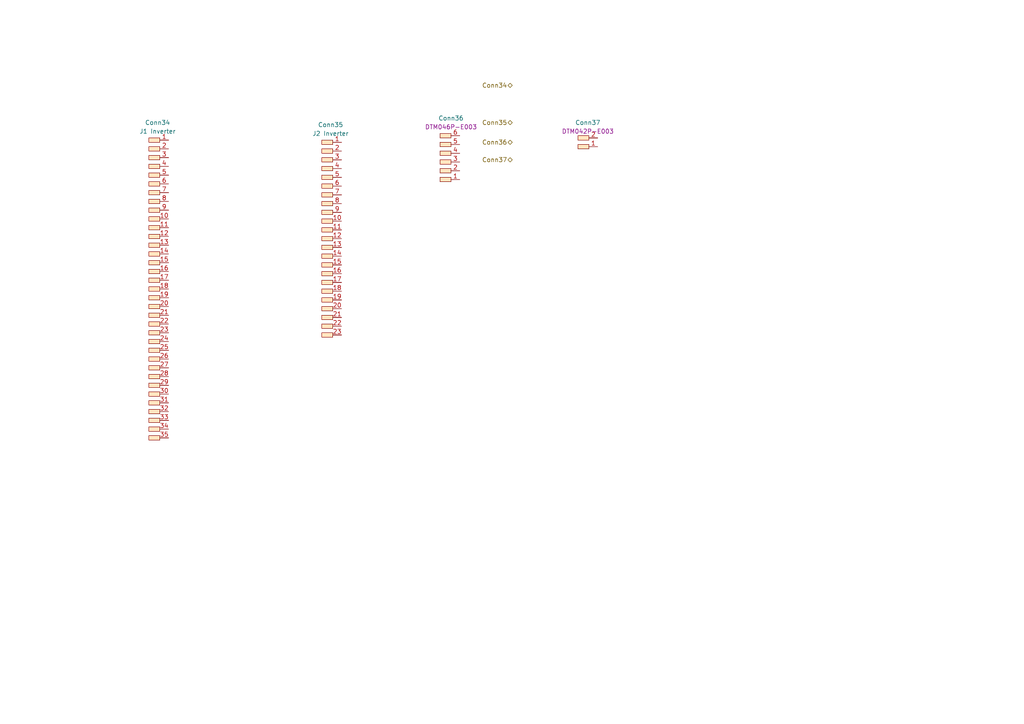
<source format=kicad_sch>
(kicad_sch (version 20230121) (generator eeschema)
  (paper "A4")
  (lib_symbols
    (symbol "Connectors_SUFST:Deutsch_DTM_2P_Pin"
      (property "Reference" "Conn" (at 0 -1.905 0))
      (property "P/N" "DTM042P-E003" (at 0 0 0))
      (symbol "Deutsch_DTM_2P_Pin_0_1"
        (polyline (pts (xy -0.635 -4.445) (xy 1.905 -4.445)))
      )
      (symbol "Deutsch_DTM_2P_Pin_1_1"
        (rectangle (start -3.81 -6.35) (end -0.635 -7.62) (fill (type color) (color 255 229 191 1)))
        (rectangle (start -3.81 -3.81) (end -0.635 -5.08) (fill (type color) (color 255 229 191 1)))
        (pin input line (at 1.905 -6.985 180) (length 2.54) (name "") (number "1"))
        (pin input line (at 1.905 -4.445 180) (length 2.54) (name "") (number "2"))
      )
    )
    (symbol "Connectors_SUFST:Deutsch_DTM_6P_Pin"
      (property "Reference" "Conn" (at 0 -1.905 0))
      (property "P/N" "DTM046P-E003" (at 0 0 0))
      (symbol "Deutsch_DTM_6P_Pin_0_1"
        (polyline (pts (xy -0.635 -14.605) (xy 1.905 -14.605)))
        (polyline (pts (xy -0.635 -9.525) (xy 1.905 -9.525)))
        (polyline (pts (xy -0.635 -4.445) (xy 1.905 -4.445)))
      )
      (symbol "Deutsch_DTM_6P_Pin_1_1"
        (rectangle (start -3.81 -16.51) (end -0.635 -17.78) (fill (type color) (color 255 229 191 1)))
        (rectangle (start -3.81 -13.97) (end -0.635 -15.24) (fill (type color) (color 255 229 191 1)))
        (rectangle (start -3.81 -11.43) (end -0.635 -12.7) (fill (type color) (color 255 229 191 1)))
        (rectangle (start -3.81 -8.89) (end -0.635 -10.16) (fill (type color) (color 255 229 191 1)))
        (rectangle (start -3.81 -6.35) (end -0.635 -7.62) (fill (type color) (color 255 229 191 1)))
        (rectangle (start -3.81 -3.81) (end -0.635 -5.08) (fill (type color) (color 255 229 191 1)))
        (pin input line (at 1.905 -17.145 180) (length 2.54) (name "") (number "1"))
        (pin input line (at 1.905 -14.605 180) (length 2.54) (name "") (number "2"))
        (pin input line (at 1.905 -12.065 180) (length 2.54) (name "") (number "3"))
        (pin input line (at 1.905 -9.525 180) (length 2.54) (name "") (number "4"))
        (pin input line (at 1.905 -6.985 180) (length 2.54) (name "") (number "5"))
        (pin input line (at 1.905 -4.445 180) (length 2.54) (name "") (number "6"))
      )
    )
    (symbol "Connectors_SUFST:J1 Inverter"
      (property "Reference" "Conn" (at 0 -1.905 0))
      (property "Value" "J1 Inverter" (at 0 0 0))
      (symbol "J1 Inverter_0_1"
        (polyline (pts (xy -0.635 -90.805) (xy 1.905 -90.805)))
        (polyline (pts (xy -0.635 -85.725) (xy 1.905 -85.725)))
        (polyline (pts (xy -0.635 -80.645) (xy 1.905 -80.645)))
        (polyline (pts (xy -0.635 -75.565) (xy 1.905 -75.565)))
        (polyline (pts (xy -0.635 -70.485) (xy 1.905 -70.485)))
        (polyline (pts (xy -0.635 -65.405) (xy 1.905 -65.405)))
        (polyline (pts (xy -0.635 -60.325) (xy 1.905 -60.325)))
        (polyline (pts (xy -0.635 -55.245) (xy 1.905 -55.245)))
        (polyline (pts (xy -0.635 -50.165) (xy 1.905 -50.165)))
        (polyline (pts (xy -0.635 -45.085) (xy 1.905 -45.085)))
        (polyline (pts (xy -0.635 -40.005) (xy 1.905 -40.005)))
        (polyline (pts (xy -0.635 -34.925) (xy 1.905 -34.925)))
        (polyline (pts (xy -0.635 -29.845) (xy 1.905 -29.845)))
        (polyline (pts (xy -0.635 -24.765) (xy 1.905 -24.765)))
        (polyline (pts (xy -0.635 -19.685) (xy 1.905 -19.685)))
        (polyline (pts (xy -0.635 -14.605) (xy 1.905 -14.605)))
        (polyline (pts (xy -0.635 -9.525) (xy 1.905 -9.525)))
        (polyline (pts (xy -0.635 -4.445) (xy 1.905 -4.445)))
      )
      (symbol "J1 Inverter_1_1"
        (rectangle (start -3.81 -90.17) (end -0.635 -91.44) (fill (type color) (color 255 229 191 1)))
        (rectangle (start -3.81 -87.63) (end -0.635 -88.9) (fill (type color) (color 255 229 191 1)))
        (rectangle (start -3.81 -85.09) (end -0.635 -86.36) (fill (type color) (color 255 229 191 1)))
        (rectangle (start -3.81 -82.55) (end -0.635 -83.82) (fill (type color) (color 255 229 191 1)))
        (rectangle (start -3.81 -80.01) (end -0.635 -81.28) (fill (type color) (color 255 229 191 1)))
        (rectangle (start -3.81 -77.47) (end -0.635 -78.74) (fill (type color) (color 255 229 191 1)))
        (rectangle (start -3.81 -74.93) (end -0.635 -76.2) (fill (type color) (color 255 229 191 1)))
        (rectangle (start -3.81 -72.39) (end -0.635 -73.66) (fill (type color) (color 255 229 191 1)))
        (rectangle (start -3.81 -69.85) (end -0.635 -71.12) (fill (type color) (color 255 229 191 1)))
        (rectangle (start -3.81 -67.31) (end -0.635 -68.58) (fill (type color) (color 255 229 191 1)))
        (rectangle (start -3.81 -64.77) (end -0.635 -66.04) (fill (type color) (color 255 229 191 1)))
        (rectangle (start -3.81 -62.23) (end -0.635 -63.5) (fill (type color) (color 255 229 191 1)))
        (rectangle (start -3.81 -59.69) (end -0.635 -60.96) (fill (type color) (color 255 229 191 1)))
        (rectangle (start -3.81 -57.15) (end -0.635 -58.42) (fill (type color) (color 255 229 191 1)))
        (rectangle (start -3.81 -54.61) (end -0.635 -55.88) (fill (type color) (color 255 229 191 1)))
        (rectangle (start -3.81 -52.07) (end -0.635 -53.34) (fill (type color) (color 255 229 191 1)))
        (rectangle (start -3.81 -49.53) (end -0.635 -50.8) (fill (type color) (color 255 229 191 1)))
        (rectangle (start -3.81 -46.99) (end -0.635 -48.26) (fill (type color) (color 255 229 191 1)))
        (rectangle (start -3.81 -44.45) (end -0.635 -45.72) (fill (type color) (color 255 229 191 1)))
        (rectangle (start -3.81 -41.91) (end -0.635 -43.18) (fill (type color) (color 255 229 191 1)))
        (rectangle (start -3.81 -39.37) (end -0.635 -40.64) (fill (type color) (color 255 229 191 1)))
        (rectangle (start -3.81 -36.83) (end -0.635 -38.1) (fill (type color) (color 255 229 191 1)))
        (rectangle (start -3.81 -34.29) (end -0.635 -35.56) (fill (type color) (color 255 229 191 1)))
        (rectangle (start -3.81 -31.75) (end -0.635 -33.02) (fill (type color) (color 255 229 191 1)))
        (rectangle (start -3.81 -29.21) (end -0.635 -30.48) (fill (type color) (color 255 229 191 1)))
        (rectangle (start -3.81 -26.67) (end -0.635 -27.94) (fill (type color) (color 255 229 191 1)))
        (rectangle (start -3.81 -24.13) (end -0.635 -25.4) (fill (type color) (color 255 229 191 1)))
        (rectangle (start -3.81 -21.59) (end -0.635 -22.86) (fill (type color) (color 255 229 191 1)))
        (rectangle (start -3.81 -19.05) (end -0.635 -20.32) (fill (type color) (color 255 229 191 1)))
        (rectangle (start -3.81 -16.51) (end -0.635 -17.78) (fill (type color) (color 255 229 191 1)))
        (rectangle (start -3.81 -13.97) (end -0.635 -15.24) (fill (type color) (color 255 229 191 1)))
        (rectangle (start -3.81 -11.43) (end -0.635 -12.7) (fill (type color) (color 255 229 191 1)))
        (rectangle (start -3.81 -8.89) (end -0.635 -10.16) (fill (type color) (color 255 229 191 1)))
        (rectangle (start -3.81 -6.35) (end -0.635 -7.62) (fill (type color) (color 255 229 191 1)))
        (rectangle (start -3.81 -3.81) (end -0.635 -5.08) (fill (type color) (color 255 229 191 1)))
        (pin input line (at 1.905 -4.445 180) (length 2.54) (name "") (number "1"))
        (pin input line (at 1.905 -27.305 180) (length 2.54) (name "") (number "10"))
        (pin input line (at 1.905 -29.845 180) (length 2.54) (name "") (number "11"))
        (pin input line (at 1.905 -32.385 180) (length 2.54) (name "") (number "12"))
        (pin input line (at 1.905 -34.925 180) (length 2.54) (name "") (number "13"))
        (pin input line (at 1.905 -37.465 180) (length 2.54) (name "") (number "14"))
        (pin input line (at 1.905 -40.005 180) (length 2.54) (name "") (number "15"))
        (pin input line (at 1.905 -42.545 180) (length 2.54) (name "") (number "16"))
        (pin input line (at 1.905 -45.085 180) (length 2.54) (name "") (number "17"))
        (pin input line (at 1.905 -47.625 180) (length 2.54) (name "") (number "18"))
        (pin input line (at 1.905 -50.165 180) (length 2.54) (name "") (number "19"))
        (pin input line (at 1.905 -6.985 180) (length 2.54) (name "") (number "2"))
        (pin input line (at 1.905 -52.705 180) (length 2.54) (name "") (number "20"))
        (pin input line (at 1.905 -55.245 180) (length 2.54) (name "") (number "21"))
        (pin input line (at 1.905 -57.785 180) (length 2.54) (name "") (number "22"))
        (pin input line (at 1.905 -60.325 180) (length 2.54) (name "") (number "23"))
        (pin input line (at 1.905 -62.865 180) (length 2.54) (name "") (number "24"))
        (pin input line (at 1.905 -65.405 180) (length 2.54) (name "") (number "25"))
        (pin input line (at 1.905 -67.945 180) (length 2.54) (name "") (number "26"))
        (pin input line (at 1.905 -70.485 180) (length 2.54) (name "") (number "27"))
        (pin input line (at 1.905 -73.025 180) (length 2.54) (name "") (number "28"))
        (pin input line (at 1.905 -75.565 180) (length 2.54) (name "") (number "29"))
        (pin input line (at 1.905 -9.525 180) (length 2.54) (name "") (number "3"))
        (pin input line (at 1.905 -78.105 180) (length 2.54) (name "") (number "30"))
        (pin input line (at 1.905 -80.645 180) (length 2.54) (name "") (number "31"))
        (pin input line (at 1.905 -83.185 180) (length 2.54) (name "") (number "32"))
        (pin input line (at 1.905 -85.725 180) (length 2.54) (name "") (number "33"))
        (pin input line (at 1.905 -88.265 180) (length 2.54) (name "") (number "34"))
        (pin input line (at 1.905 -90.805 180) (length 2.54) (name "") (number "35"))
        (pin input line (at 1.905 -12.065 180) (length 2.54) (name "") (number "4"))
        (pin input line (at 1.905 -14.605 180) (length 2.54) (name "") (number "5"))
        (pin input line (at 1.905 -17.145 180) (length 2.54) (name "") (number "6"))
        (pin input line (at 1.905 -19.685 180) (length 2.54) (name "") (number "7"))
        (pin input line (at 1.905 -22.225 180) (length 2.54) (name "") (number "8"))
        (pin input line (at 1.905 -24.765 180) (length 2.54) (name "") (number "9"))
      )
    )
    (symbol "Connectors_SUFST:J2 Inverter"
      (property "Reference" "Conn" (at 0 -1.905 0))
      (property "Value" "J2 Inverter" (at 0 0 0))
      (symbol "J2 Inverter_0_1"
        (polyline (pts (xy -0.635 -60.325) (xy 1.905 -60.325)))
        (polyline (pts (xy -0.635 -55.245) (xy 1.905 -55.245)))
        (polyline (pts (xy -0.635 -50.165) (xy 1.905 -50.165)))
        (polyline (pts (xy -0.635 -45.085) (xy 1.905 -45.085)))
        (polyline (pts (xy -0.635 -40.005) (xy 1.905 -40.005)))
        (polyline (pts (xy -0.635 -34.925) (xy 1.905 -34.925)))
        (polyline (pts (xy -0.635 -29.845) (xy 1.905 -29.845)))
        (polyline (pts (xy -0.635 -24.765) (xy 1.905 -24.765)))
        (polyline (pts (xy -0.635 -19.685) (xy 1.905 -19.685)))
        (polyline (pts (xy -0.635 -14.605) (xy 1.905 -14.605)))
        (polyline (pts (xy -0.635 -9.525) (xy 1.905 -9.525)))
        (polyline (pts (xy -0.635 -4.445) (xy 1.905 -4.445)))
      )
      (symbol "J2 Inverter_1_1"
        (rectangle (start -3.81 -59.69) (end -0.635 -60.96) (fill (type color) (color 255 229 191 1)))
        (rectangle (start -3.81 -57.15) (end -0.635 -58.42) (fill (type color) (color 255 229 191 1)))
        (rectangle (start -3.81 -54.61) (end -0.635 -55.88) (fill (type color) (color 255 229 191 1)))
        (rectangle (start -3.81 -52.07) (end -0.635 -53.34) (fill (type color) (color 255 229 191 1)))
        (rectangle (start -3.81 -49.53) (end -0.635 -50.8) (fill (type color) (color 255 229 191 1)))
        (rectangle (start -3.81 -46.99) (end -0.635 -48.26) (fill (type color) (color 255 229 191 1)))
        (rectangle (start -3.81 -44.45) (end -0.635 -45.72) (fill (type color) (color 255 229 191 1)))
        (rectangle (start -3.81 -41.91) (end -0.635 -43.18) (fill (type color) (color 255 229 191 1)))
        (rectangle (start -3.81 -39.37) (end -0.635 -40.64) (fill (type color) (color 255 229 191 1)))
        (rectangle (start -3.81 -36.83) (end -0.635 -38.1) (fill (type color) (color 255 229 191 1)))
        (rectangle (start -3.81 -34.29) (end -0.635 -35.56) (fill (type color) (color 255 229 191 1)))
        (rectangle (start -3.81 -31.75) (end -0.635 -33.02) (fill (type color) (color 255 229 191 1)))
        (rectangle (start -3.81 -29.21) (end -0.635 -30.48) (fill (type color) (color 255 229 191 1)))
        (rectangle (start -3.81 -26.67) (end -0.635 -27.94) (fill (type color) (color 255 229 191 1)))
        (rectangle (start -3.81 -24.13) (end -0.635 -25.4) (fill (type color) (color 255 229 191 1)))
        (rectangle (start -3.81 -21.59) (end -0.635 -22.86) (fill (type color) (color 255 229 191 1)))
        (rectangle (start -3.81 -19.05) (end -0.635 -20.32) (fill (type color) (color 255 229 191 1)))
        (rectangle (start -3.81 -16.51) (end -0.635 -17.78) (fill (type color) (color 255 229 191 1)))
        (rectangle (start -3.81 -13.97) (end -0.635 -15.24) (fill (type color) (color 255 229 191 1)))
        (rectangle (start -3.81 -11.43) (end -0.635 -12.7) (fill (type color) (color 255 229 191 1)))
        (rectangle (start -3.81 -8.89) (end -0.635 -10.16) (fill (type color) (color 255 229 191 1)))
        (rectangle (start -3.81 -6.35) (end -0.635 -7.62) (fill (type color) (color 255 229 191 1)))
        (rectangle (start -3.81 -3.81) (end -0.635 -5.08) (fill (type color) (color 255 229 191 1)))
        (pin input line (at 1.905 -4.445 180) (length 2.54) (name "") (number "1"))
        (pin input line (at 1.905 -27.305 180) (length 2.54) (name "") (number "10"))
        (pin input line (at 1.905 -29.845 180) (length 2.54) (name "") (number "11"))
        (pin input line (at 1.905 -32.385 180) (length 2.54) (name "") (number "12"))
        (pin input line (at 1.905 -34.925 180) (length 2.54) (name "") (number "13"))
        (pin input line (at 1.905 -37.465 180) (length 2.54) (name "") (number "14"))
        (pin input line (at 1.905 -40.005 180) (length 2.54) (name "") (number "15"))
        (pin input line (at 1.905 -42.545 180) (length 2.54) (name "") (number "16"))
        (pin input line (at 1.905 -45.085 180) (length 2.54) (name "") (number "17"))
        (pin input line (at 1.905 -47.625 180) (length 2.54) (name "") (number "18"))
        (pin input line (at 1.905 -50.165 180) (length 2.54) (name "") (number "19"))
        (pin input line (at 1.905 -6.985 180) (length 2.54) (name "") (number "2"))
        (pin input line (at 1.905 -52.705 180) (length 2.54) (name "") (number "20"))
        (pin input line (at 1.905 -55.245 180) (length 2.54) (name "") (number "21"))
        (pin input line (at 1.905 -57.785 180) (length 2.54) (name "") (number "22"))
        (pin input line (at 1.905 -60.325 180) (length 2.54) (name "") (number "23"))
        (pin input line (at 1.905 -9.525 180) (length 2.54) (name "") (number "3"))
        (pin input line (at 1.905 -12.065 180) (length 2.54) (name "") (number "4"))
        (pin input line (at 1.905 -14.605 180) (length 2.54) (name "") (number "5"))
        (pin input line (at 1.905 -17.145 180) (length 2.54) (name "") (number "6"))
        (pin input line (at 1.905 -19.685 180) (length 2.54) (name "") (number "7"))
        (pin input line (at 1.905 -22.225 180) (length 2.54) (name "") (number "8"))
        (pin input line (at 1.905 -24.765 180) (length 2.54) (name "") (number "9"))
      )
    )
  )
  (hierarchical_label "Conn35" (shape bidirectional) (at 148.59 35.56 180))
  (hierarchical_label "Conn34" (shape bidirectional) (at 148.59 24.765 180))
  (hierarchical_label "Conn37" (shape bidirectional) (at 148.59 46.355 180))
  (hierarchical_label "Conn36" (shape bidirectional) (at 148.59 41.275 180))
  (symbol (lib_id "Connectors_SUFST:Deutsch_DTM_6P_Pin") (at 131.445 34.925 0) (unit 1)
    (property "Reference" "Conn36" (at 130.81 34.29 0))
    (property "Value" "Deutsch_DTM_6P_Pin" (effects hide))
    (property "P/N" "DTM046P-E003" (at 130.81 36.83 0))
  )
  (symbol (lib_id "Connectors_SUFST:J2 Inverter") (at 97.155 36.83 0) (unit 1)
    (property "Reference" "Conn35" (at 95.885 36.195 0))
    (property "Value" "J2 Inverter" (at 95.885 38.735 0))
  )
  (symbol (lib_id "Connectors_SUFST:J1 Inverter") (at 46.99 36.195 0) (unit 1)
    (property "Reference" "Conn34" (at 45.72 35.56 0))
    (property "Value" "J1 Inverter" (at 45.72 38.1 0))
  )
  (symbol (lib_id "Connectors_SUFST:Deutsch_DTM_2P_Pin") (at 171.45 35.56 0) (unit 1)
    (property "Reference" "Conn37" (at 170.4975 35.56 0))
    (property "Value" "Deutsch_DTM_2P_Pin" (effects hide))
    (property "P/N" "DTM042P-E003" (at 170.4975 38.1 0))
  )
)
</source>
